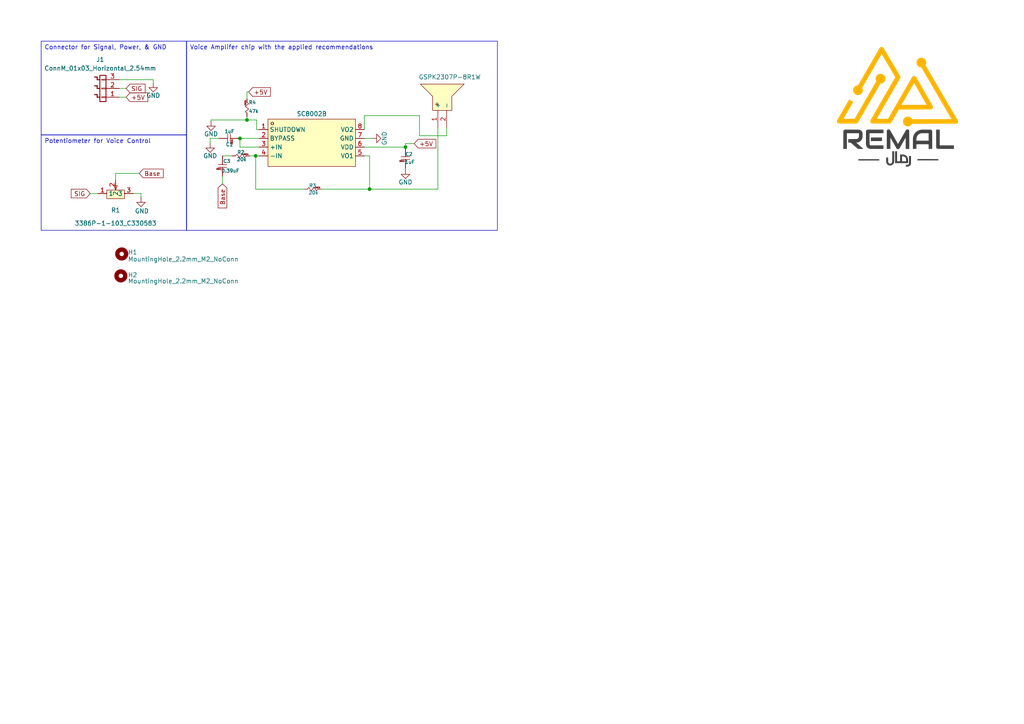
<source format=kicad_sch>
(kicad_sch (version 20231120) (generator "eeschema") (generator_version "8.0")
  (paper "A4")
  (title_block (title "555 Timer") (date "2025-01-16") (rev "v1.0") (company "Remal") (comment 1 "Sara AlMarzooqi"))
  (lib_symbols
    (symbol "Remal_KiCadLib:C_0805_2012m" (pin_numbers hide) (pin_names (offset 0.762) hide)
      (property "Reference" "C" (at 1.778 1.7272 0))
      (property "Value" "C_0805_2012m/xxV" (at 1.778 -0.254 0))
      (symbol "C_0805_2012m_0_0"
        (pin passive line (at 0 2.54 270) (length 2.54) (name "~") (number "1"))
        (pin passive line (at 0 -3.302 90) (length 2.54) (name "~") (number "2"))
      )
      (symbol "C_0805_2012m_1_1"
        (text "0805" (at 1.016 0.508 0) (effects (font (size 0.4 0.4))))
      )
    )
    (symbol "Remal_KiCadLib:ConnM_01x03_Horizontal_2.54mm" (pin_names (offset 1.016) hide)
      (property "Reference" "J" (at 0 7.62 0))
      (property "Value" "ConnM_01x03_Horizontal_2.54mm" (at -0.508 -2.54 0))
      (symbol "ConnM_01x03_Horizontal_2.54mm_1_1"
        (pin passive line (at -5.08 5.08 0) (length 3.81) (name "Pin_1") (number "1"))
        (pin passive line (at -5.08 2.54 0) (length 3.81) (name "Pin_2") (number "2"))
        (pin passive line (at -5.08 0 0) (length 3.81) (name "Pin_3") (number "3"))
      )
    )
    (symbol "Remal_KiCadLib:MountingHole_2.2mm_M2_NoConn" (pin_names (offset 1.016))
      (property "Reference" "H" (at 0 5.08 0))
      (property "Value" "MountingHole_2.2mm_M2_NoConn" (at 0 3.175 0))
    )
    (symbol "Remal_KiCadLib:R_0805_2012m" (pin_numbers hide) (pin_names (offset 0.254) hide)
      (property "Reference" "R" (at -3.175 1.905 0))
      (property "Value" "R_0805_2012m" (at 0.762 1.905 0))
      (symbol "R_0805_2012m_1_1"
        (text "0805" (at 1.4478 0.4572 0) (effects (font (size 0.4 0.4))))
        (pin passive line (at -2.54 0 0) (length 1.016) (name "~") (number "1"))
        (pin passive line (at 2.54 0 180) (length 1.016) (name "~") (number "2"))
      )
    )
    (symbol "easyeda2kicad:3386P-1-103_C330583"
      (property "Reference" "R" (at 0 8.89 0))
      (property "Value" "3386P-1-103_C330583" (at 0 -5.08 0))
      (symbol "3386P-1-103_C330583_0_1"
        (pin input line (at -5.08 0 0) (length 2.54) (name "1") (number "1"))
        (pin input line (at 0 3.81 270) (length 2.54) (name "2") (number "2"))
        (pin input line (at 5.08 0 180) (length 2.54) (name "3") (number "3"))
      )
    )
    (symbol "easyeda2kicad:GSPK2307P-8R1W"
      (property "Reference" "SPK" (at 0 7.62 0))
      (property "Value" "GSPK2307P-8R1W" (at 0 -5.08 0))
      (symbol "GSPK2307P-8R1W_0_1"
        (pin unspecified line (at 5.08 0 180) (length 5.08) (name "+") (number "1"))
        (pin unspecified line (at 5.08 2.54 180) (length 5.08) (name "-") (number "2"))
      )
    )
    (symbol "easyeda2kicad:SC8002B"
      (property "Reference" "U" (at 0 8.89 0))
      (property "Value" "SC8002B" (at 0 -8.89 0))
      (symbol "SC8002B_0_1"
        (pin unspecified line (at -15.24 3.81 0) (length 2.54) (name "SHUTDOWN") (number "1"))
        (pin unspecified line (at -15.24 1.27 0) (length 2.54) (name "BYPASS") (number "2"))
        (pin unspecified line (at -15.24 -1.27 0) (length 2.54) (name "+IN") (number "3"))
        (pin unspecified line (at -15.24 -3.81 0) (length 2.54) (name "-IN") (number "4"))
        (pin unspecified line (at 15.24 -3.81 180) (length 2.54) (name "VO1") (number "5"))
        (pin unspecified line (at 15.24 -1.27 180) (length 2.54) (name "VDD") (number "6"))
        (pin unspecified line (at 15.24 1.27 180) (length 2.54) (name "GND") (number "7"))
        (pin unspecified line (at 15.24 3.81 180) (length 2.54) (name "VO2") (number "8"))
      )
    )
    (symbol "power:GND" (power) (pin_numbers hide) (pin_names (offset 0) hide)
      (property "Value" "GND" (at 0 -3.81 0))
      (symbol "GND_1_1"
        (pin power_in line (at 0 0 270) (length 0) (name "~") (number "1"))
      )
    )
  )
  (junction (at 117.602 42.672))
  (junction (at 71.628 34.798))
  (junction (at 69.596 40.132))
  (junction (at 107.188 54.864))
  (junction (at 74.168 45.212))
  (wire (pts (xy 121.666 39.37) (xy 129.54 39.37)))
  (wire (pts (xy 44.45 23.114) (xy 44.45 24.13)))
  (wire (pts (xy 61.214 34.798) (xy 61.214 35.306)))
  (wire (pts (xy 26.162 56.134) (xy 28.448 56.134)))
  (wire (pts (xy 61.214 34.798) (xy 71.628 34.798)))
  (wire (pts (xy 60.96 40.132) (xy 60.96 41.656)))
  (wire (pts (xy 74.168 45.212) (xy 74.168 54.864)))
  (wire (pts (xy 40.894 56.134) (xy 40.894 57.404)))
  (wire (pts (xy 117.602 48.768) (xy 117.602 49.276)))
  (wire (pts (xy 69.342 40.132) (xy 69.596 40.132)))
  (wire (pts (xy 63.5 40.132) (xy 60.96 40.132)))
  (wire (pts (xy 34.544 23.114) (xy 44.45 23.114)))
  (wire (pts (xy 69.596 40.132) (xy 69.596 42.672)))
  (wire (pts (xy 121.666 33.528) (xy 121.666 39.37)))
  (wire (pts (xy 69.596 40.132) (xy 75.184 40.132)))
  (wire (pts (xy 107.188 45.212) (xy 107.188 54.864)))
  (wire (pts (xy 69.596 42.672) (xy 75.184 42.672)))
  (wire (pts (xy 72.39 45.212) (xy 74.168 45.212)))
  (wire (pts (xy 33.528 50.292) (xy 33.528 52.324)))
  (wire (pts (xy 105.664 40.132) (xy 107.95 40.132)))
  (wire (pts (xy 38.608 56.134) (xy 40.894 56.134)))
  (wire (pts (xy 74.422 37.592) (xy 74.422 34.798)))
  (wire (pts (xy 40.386 50.292) (xy 33.528 50.292)))
  (wire (pts (xy 34.544 28.194) (xy 36.576 28.194)))
  (wire (pts (xy 129.54 39.37) (xy 129.54 37.084)))
  (wire (pts (xy 71.628 34.798) (xy 74.422 34.798)))
  (wire (pts (xy 74.168 45.212) (xy 75.184 45.212)))
  (wire (pts (xy 105.664 42.672) (xy 117.602 42.672)))
  (wire (pts (xy 105.664 45.212) (xy 107.188 45.212)))
  (wire (pts (xy 120.142 41.656) (xy 117.602 41.656)))
  (wire (pts (xy 67.31 45.212) (xy 64.516 45.212)))
  (wire (pts (xy 71.628 26.67) (xy 71.628 28.702)))
  (wire (pts (xy 105.664 33.528) (xy 121.666 33.528)))
  (wire (pts (xy 71.628 33.782) (xy 71.628 34.798)))
  (wire (pts (xy 72.136 26.67) (xy 71.628 26.67)))
  (wire (pts (xy 117.602 41.656) (xy 117.602 42.672)))
  (wire (pts (xy 64.516 51.054) (xy 64.516 53.34)))
  (wire (pts (xy 127 37.084) (xy 127 54.864)))
  (wire (pts (xy 74.168 54.864) (xy 88.138 54.864)))
  (wire (pts (xy 117.602 42.672) (xy 117.602 42.926)))
  (wire (pts (xy 105.664 37.592) (xy 105.664 33.528)))
  (wire (pts (xy 127 54.864) (xy 107.188 54.864)))
  (wire (pts (xy 75.184 37.592) (xy 74.422 37.592)))
  (wire (pts (xy 107.188 54.864) (xy 93.218 54.864)))
  (wire (pts (xy 34.544 25.654) (xy 36.576 25.654)))
  (polyline (pts (xy 255.3992 21.4161) (xy 255.4581 21.4187) (xy 255.5174 21.4239) (xy 255.5771 21.4316) (xy 255.6373 21.442) (xy 255.6978 21.4549) (xy 255.7588 21.4704) (xy 255.8202 21.4884) (xy 255.8821 21.5091) (xy 256.007 21.5581) (xy 256.1336 21.6174) (xy 256.1899 21.6592) (xy 256.2438 21.7019) (xy 256.2951 21.7454) (xy 256.344 21.7898) (xy 256.3904 21.8349) (xy 256.4343 21.8809) (xy 256.4756 21.9277) (xy 256.5145 21.9754) (xy 256.5509 22.0239) (xy 256.5848 22.0732) (xy 256.6162 22.1233) (xy 256.645 22.1743) (xy 256.6714 22.2261) (xy 256.6953 22.2787) (xy 256.7167 22.3322) (xy 256.7356 22.3864) (xy 256.752 22.4416) (xy 256.7659 22.4975) (xy 256.7773 22.5543) (xy 256.7863 22.6118) (xy 256.7927 22.6703) (xy 256.7966 22.7295) (xy 256.798 22.7896) (xy 256.7969 22.8505) (xy 256.7934 22.9122) (xy 256.7873 22.9748) (xy 256.7787 23.0382) (xy 256.7677 23.1024) (xy 256.7541 23.1675) (xy 256.7381 23.2333) (xy 256.7195 23.3) (xy 256.6984 23.3676) (xy 256.6692 23.4305) (xy 256.6377 23.4914) (xy 256.6041 23.5501) (xy 256.5682 23.6066) (xy 256.5302 23.661) (xy 256.49 23.7132) (xy 256.4475 23.7633) (xy 256.4029 23.8113) (xy 256.3561 23.8571) (xy 256.3071 23.9007) (xy 256.2559 23.9423) (xy 256.2025 23.9816) (xy 256.1469 24.0189) (xy 256.0891 24.0539) (xy 256.0291 24.0869) (xy 255.9669 24.1177) (xy 255.8903 24.1428) (xy 255.8134 24.1664) (xy 255.7363 24.1884) (xy 255.6589 24.2089) (xy 255.5812 24.2278) (xy 255.5032 24.2451) (xy 255.425 24.2609) (xy 255.3464 24.2751) (xy 248.8086 35.5913) (xy 248.7886 35.6148) (xy 248.7679 35.6372) (xy 248.7466 35.6586) (xy 248.7247 35.6789) (xy 248.7021 35.6982) (xy 248.6788 35.7165) (xy 248.6549 35.7337) (xy 248.6303 35.7498) (xy 248.6051 35.7649) (xy 248.5793 35.779) (xy 248.5527 35.792) (xy 248.5256 35.804) (xy 248.4977 35.8149) (xy 248.4693 35.8248) (xy 248.4402 35.8336) (xy 248.4104 35.8414) (xy 245.8452 35.8507) (xy 243.2801 35.8414) (xy 243.2275 35.8273) (xy 243.1774 35.8107) (xy 243.1299 35.7917) (xy 243.0849 35.77) (xy 243.0425 35.7459) (xy 243.0025 35.7192) (xy 242.9652 35.69) (xy 242.9303 35.6583) (xy 242.898 35.624) (xy 242.8683 35.5872) (xy 242.841 35.5479) (xy 242.8164 35.5061) (xy 242.7942 35.4617) (xy 242.7746 35.4149) (xy 242.7575 35.3655) (xy 242.743 35.3135) (xy 242.743 35.0542) (xy 242.7621 35.0015) (xy 242.7827 34.9493) (xy 242.8048 34.8976) (xy 242.8284 34.8464) (xy 242.8534 34.7957) (xy 242.8799 34.7456) (xy 242.908 34.6959) (xy 242.9375 34.6468) (xy 246.3083 28.8312) (xy 246.6052 29.0034) (xy 246.9002 29.1781) (xy 247.1933 29.3553) (xy 247.4843 29.535) (xy 244.6321 34.4708) (xy 245.4424 34.4789) (xy 246.2527 34.4801) (xy 247.063 34.4743) (xy 247.8733 34.4616) (xy 254.1704 23.5528) (xy 254.1206 23.4445) (xy 254.0787 23.3369) (xy 254.0445 23.2301) (xy 254.0182 23.1239) (xy 253.9996 23.0184) (xy 253.9888 22.9136) (xy 253.9858 22.8096) (xy 253.9906 22.7062) (xy 254.0032 22.6035) (xy 254.0235 22.5015) (xy 254.0517 22.4003) (xy 254.0876 22.2997) (xy 254.1313 22.1998) (xy 254.1829 22.1007) (xy 254.2422 22.0022) (xy 254.3093 21.9044) (xy 254.4107 21.8093) (xy 254.5138 21.7244) (xy 254.566 21.6858) (xy 254.6186 21.6498) (xy 254.6717 21.6164) (xy 254.7251 21.5855) (xy 254.779 21.5572) (xy 254.8333 21.5315) (xy 254.888 21.5084) (xy 254.9431 21.4878) (xy 254.9986 21.4699) (xy 255.0546 21.4544) (xy 255.111 21.4416) (xy 255.1678 21.4314) (xy 255.225 21.4237) (xy 255.2826 21.4186) (xy 255.3407 21.416) (xy 255.3992 21.4161)) (stroke (width -0.0001) (type solid)) (fill (type color) (color 253 179 2 1)))
  (polyline (pts (xy 256.2447 38.6287) (xy 252.2071 38.6287) (xy 252.2071 40.2678) (xy 252.2164 41.9069) (xy 252.2252 41.9327) (xy 252.2352 41.9571) (xy 252.2465 41.9801) (xy 252.259 42.0018) (xy 252.2726 42.0222) (xy 252.2875 42.0412) (xy 252.2954 42.0502) (xy 252.3037 42.0588) (xy 252.3122 42.0672) (xy 252.321 42.0751) (xy 252.3301 42.0828) (xy 252.3395 42.0901) (xy 252.3493 42.0971) (xy 252.3593 42.1037) (xy 252.3803 42.116) (xy 252.4025 42.1269) (xy 252.4259 42.1364) (xy 252.4506 42.1446) (xy 252.4764 42.1515) (xy 252.5035 42.157) (xy 254.3741 42.1662) (xy 256.2447 42.1662) (xy 256.2447 43.1849) (xy 254.3093 43.1849) (xy 252.3738 43.1756) (xy 252.2477 43.1503) (xy 252.1284 43.1183) (xy 252.016 43.0796) (xy 251.9624 43.0576) (xy 251.9105 43.0341) (xy 251.8603 43.0088) (xy 251.8118 42.9818) (xy 251.765 42.9532) (xy 251.72 42.9229) (xy 251.6767 42.8908) (xy 251.635 42.8571) (xy 251.5951 42.8218) (xy 251.5569 42.7847) (xy 251.5205 42.746) (xy 251.4857 42.7055) (xy 251.4527 42.6634) (xy 251.4213 42.6196) (xy 251.3917 42.5741) (xy 251.3638 42.5269) (xy 251.3377 42.4781) (xy 251.3132 42.4275) (xy 251.2904 42.3753) (xy 251.2694 42.3214) (xy 251.2325 42.2085) (xy 251.2024 42.0889) (xy 251.1792 41.9625) (xy 251.17 39.9808) (xy 251.1792 37.999) (xy 251.1934 37.9553) (xy 251.2096 37.914) (xy 251.2278 37.8751) (xy 251.2481 37.8387) (xy 251.259 37.8214) (xy 251.2704 37.8047) (xy 251.2824 37.7886) (xy 251.2948 37.7731) (xy 251.3078 37.7582) (xy 251.3213 37.744) (xy 251.3353 37.7303) (xy 251.3498 37.7173) (xy 251.3648 37.7049) (xy 251.3803 37.6931) (xy 251.3963 37.6819) (xy 251.4129 37.6713) (xy 251.43 37.6613) (xy 251.4475 37.6519) (xy 251.4656 37.6431) (xy 251.4842 37.635) (xy 251.523 37.6205) (xy 251.5638 37.6084) (xy 251.6066 37.5988) (xy 251.6515 37.5916) (xy 256.2447 37.5916) (xy 256.2447 38.6287)) (stroke (width -0.0001) (type solid)) (fill (type color) (color 66 66 66 1)))
  (polyline (pts (xy 255.0038 46.176) (xy 255.01 46.2229) (xy 255.0151 46.2699) (xy 255.0191 46.3172) (xy 255.022 46.3646) (xy 255.0238 46.4121) (xy 255.0244 46.4598) (xy 255.0239 46.5077) (xy 255.0223 46.5557) (xy 248.9475 46.5557) (xy 248.9475 46.1667) (xy 251.9756 46.1667) (xy 255.0038 46.176)) (stroke (width -0.0001) (type solid)) (fill (type color) (color 70 70 70 1)))
  (polyline (pts (xy 272.5615 42.1662) (xy 276.6732 42.1662) (xy 276.6732 43.1849) (xy 274.284 43.1849) (xy 271.8948 43.1756) (xy 271.8571 43.1627) (xy 271.8214 43.148) (xy 271.7878 43.1316) (xy 271.7562 43.1134) (xy 271.7265 43.0935) (xy 271.7125 43.0829) (xy 271.6989 43.0718) (xy 271.6859 43.0603) (xy 271.6733 43.0484) (xy 271.6613 43.036) (xy 271.6498 43.0232) (xy 271.6387 43.01) (xy 271.6282 42.9963) (xy 271.6182 42.9822) (xy 271.6086 42.9676) (xy 271.5996 42.9526) (xy 271.5911 42.9372) (xy 271.5756 42.9051) (xy 271.5621 42.8711) (xy 271.5506 42.8355) (xy 271.5411 42.7981) (xy 271.5336 42.7589) (xy 271.5243 40.1752) (xy 271.5244 37.5916) (xy 272.5615 37.5916) (xy 272.5615 42.1662)) (stroke (width -0.0001) (type solid)) (fill (type color) (color 66 66 66 1)))
  (polyline (pts (xy 257.7405 37.5189) (xy 257.7825 37.5234) (xy 257.8231 37.5305) (xy 257.8623 37.5401) (xy 257.9 37.5523) (xy 257.9363 37.567) (xy 257.9711 37.5843) (xy 258.0046 37.6041) (xy 258.0366 37.6264) (xy 258.0671 37.6513) (xy 258.0963 37.6787) (xy 258.124 37.7087) (xy 258.1503 37.7412) (xy 258.1752 37.7762) (xy 258.1986 37.8138) (xy 259.3249 39.7885) (xy 260.4582 41.7588) (xy 262.7548 37.7583) (xy 262.7761 37.7337) (xy 262.7976 37.7105) (xy 262.8193 37.6886) (xy 262.8413 37.668) (xy 262.8634 37.6488) (xy 262.8858 37.631) (xy 262.9084 37.6144) (xy 262.9312 37.5993) (xy 262.9542 37.5854) (xy 262.9774 37.5729) (xy 263.0008 37.5618) (xy 263.0245 37.552) (xy 263.0483 37.5435) (xy 263.0724 37.5364) (xy 263.0967 37.5306) (xy 263.1212 37.5262) (xy 263.1459 37.5231) (xy 263.1708 37.5213) (xy 263.1959 37.5209) (xy 263.2213 37.5219) (xy 263.2468 37.5241) (xy 263.2726 37.5278) (xy 263.2986 37.5327) (xy 263.3248 37.539) (xy 263.3512 37.5467) (xy 263.3778 37.5557) (xy 263.4046 37.566) (xy 263.4316 37.5777) (xy 263.4589 37.5907) (xy 263.4863 37.6051) (xy 263.514 37.6208) (xy 263.5419 37.6379) (xy 263.5602 37.6555) (xy 263.5775 37.6736) (xy 263.5939 37.6922) (xy 263.6093 37.7113) (xy 263.6237 37.7309) (xy 263.6371 37.751) (xy 263.6496 37.7717) (xy 263.6611 37.7928) (xy 263.6716 37.8145) (xy 263.6811 37.8367) (xy 263.6897 37.8593) (xy 263.6973 37.8825) (xy 263.7039 37.9063) (xy 263.7095 37.9305) (xy 263.7142 37.9552) (xy 263.7178 37.9805) (xy 263.7271 40.5827) (xy 263.7271 43.1849) (xy 262.6899 43.1849) (xy 262.69 41.5458) (xy 262.6807 39.9067) (xy 261.7882 41.4694) (xy 260.9027 43.0367) (xy 260.8865 43.0569) (xy 260.87 43.0763) (xy 260.8532 43.0947) (xy 260.8362 43.1122) (xy 260.8188 43.1288) (xy 260.8012 43.1444) (xy 260.7833 43.1592) (xy 260.7652 43.173) (xy 260.7467 43.186) (xy 260.728 43.198) (xy 260.709 43.2091) (xy 260.6897 43.2193) (xy 260.6701 43.2286) (xy 260.6503 43.2369) (xy 260.6302 43.2444) (xy 260.6097 43.2509) (xy 260.5891 43.2565) (xy 260.5681 43.2612) (xy 260.5468 43.265) (xy 260.5253 43.2679) (xy 260.5035 43.2699) (xy 260.4814 43.2709) (xy 260.4591 43.271) (xy 260.4364 43.2703) (xy 260.4135 43.2686) (xy 260.3903 43.266) (xy 260.3668 43.2625) (xy 260.343 43.258) (xy 260.319 43.2527) (xy 260.2947 43.2464) (xy 260.2701 43.2393) (xy 260.2452 43.2312) (xy 260.2311 43.2238) (xy 260.2174 43.2161) (xy 260.2038 43.208) (xy 260.1905 43.1997) (xy 260.1775 43.191) (xy 260.1647 43.182) (xy 260.1522 43.1726) (xy 260.1399 43.1629) (xy 260.1279 43.1529) (xy 260.1161 43.1426) (xy 260.1046 43.132) (xy 260.0933 43.121) (xy 260.0823 43.1097) (xy 260.0715 43.098) (xy 260.061 43.086) (xy 260.0507 43.0737) (xy 258.2542 39.9252) (xy 258.2449 41.555) (xy 258.2449 43.1849) (xy 257.2078 43.1849) (xy 257.2078 40.5734) (xy 257.217 37.962) (xy 257.2275 37.9173) (xy 257.2403 37.8748) (xy 257.2553 37.8346) (xy 257.2724 37.7966) (xy 257.2919 37.7609) (xy 257.3135 37.7275) (xy 257.3374 37.6963) (xy 257.3501 37.6815) (xy 257.3635 37.6674) (xy 257.3773 37.6538) (xy 257.3918 37.6407) (xy 257.4068 37.6282) (xy 257.4223 37.6163) (xy 257.4551 37.5942) (xy 257.4901 37.5743) (xy 257.5273 37.5567) (xy 257.5667 37.5414) (xy 257.6084 37.5283) (xy 257.6523 37.5175) (xy 257.6971 37.5169) (xy 257.7405 37.5189)) (stroke (width -0.0001) (type solid)) (fill (type color) (color 66 66 66 1)))
  (polyline (pts (xy 255.8002 40.9068) (xy 252.5776 40.9068) (xy 252.5776 39.8696) (xy 255.8002 39.8696) (xy 255.8002 40.9068)) (stroke (width -0.0001) (type solid)) (fill (type color) (color 66 66 66 1)))
  (polyline (pts (xy 272.1541 46.1389) (xy 272.1603 46.1858) (xy 272.1654 46.2329) (xy 272.1694 46.2801) (xy 272.1723 46.3275) (xy 272.1741 46.3751) (xy 272.1747 46.4228) (xy 272.1742 46.4706) (xy 272.1726 46.5186) (xy 266.0978 46.5186) (xy 266.0962 46.4695) (xy 266.0958 46.4204) (xy 266.0965 46.3716) (xy 266.0983 46.3229) (xy 266.1012 46.2744) (xy 266.1051 46.226) (xy 266.1102 46.1778) (xy 266.1163 46.1297) (xy 269.1352 46.1297) (xy 272.1541 46.1389)) (stroke (width -0.0001) (type solid)) (fill (type color) (color 70 70 70 1)))
  (polyline (pts (xy 259.3562 45.4166) (xy 259.3469 46.9631) (xy 259.3282 47.0636) (xy 259.3041 47.1592) (xy 259.2748 47.2501) (xy 259.2402 47.336) (xy 259.2003 47.4172) (xy 259.155 47.4935) (xy 259.1045 47.565) (xy 259.0773 47.5989) (xy 259.0487 47.6317) (xy 259.0188 47.6632) (xy 258.9876 47.6935) (xy 258.9212 47.7505) (xy 258.8495 47.8027) (xy 258.7725 47.85) (xy 258.6902 47.8925) (xy 258.6027 47.9302) (xy 258.5098 47.963) (xy 258.4116 47.991) (xy 258.3299 48.0033) (xy 258.2497 48.0108) (xy 258.1711 48.0138) (xy 258.094 48.0121) (xy 258.0185 48.0058) (xy 257.9446 47.9948) (xy 257.8722 47.9792) (xy 257.8014 47.9589) (xy 257.7321 47.934) (xy 257.6644 47.9045) (xy 257.5983 47.8703) (xy 257.5337 47.8315) (xy 257.4707 47.7881) (xy 257.4093 47.74) (xy 257.3494 47.6872) (xy 257.2911 47.6299) (xy 257.2633 47.5903) (xy 257.2371 47.5501) (xy 257.2124 47.5093) (xy 257.1893 47.468) (xy 257.1677 47.426) (xy 257.1476 47.3835) (xy 257.1291 47.3404) (xy 257.1121 47.2967) (xy 257.0967 47.2525) (xy 257.0828 47.2076) (xy 257.0705 47.1621) (xy 257.0596 47.1161) (xy 257.0504 47.0695) (xy 257.0426 47.0223) (xy 257.0365 46.9745) (xy 257.0318 46.9261) (xy 257.026 46.6159) (xy 257.0226 46.3057) (xy 257.0214 45.9955) (xy 257.0226 45.6852) (xy 257.5967 45.6852) (xy 257.5945 46.0096) (xy 257.5984 46.3338) (xy 257.6084 46.6578) (xy 257.6245 46.9816) (xy 257.6321 47.0153) (xy 257.6405 47.0478) (xy 257.6498 47.079) (xy 257.66 47.109) (xy 257.6711 47.1378) (xy 257.6831 47.1654) (xy 257.6959 47.1918) (xy 257.7096 47.2169) (xy 257.7242 47.2408) (xy 257.7396 47.2635) (xy 257.7559 47.285) (xy 257.7731 47.3052) (xy 257.7912 47.3243) (xy 257.8101 47.3421) (xy 257.8299 47.3587) (xy 257.8506 47.3741) (xy 257.8722 47.3882) (xy 257.8946 47.4011) (xy 257.9179 47.4128) (xy 257.9421 47.4233) (xy 257.9672 47.4326) (xy 257.9931 47.4406) (xy 258.0199 47.4475) (xy 258.0476 47.4531) (xy 258.0762 47.4574) (xy 258.1056 47.4606) (xy 258.1359 47.4625) (xy 258.1671 47.4633) (xy 258.1991 47.4628) (xy 258.232 47.461) (xy 258.2658 47.4581) (xy 258.3005 47.4539) (xy 258.3521 47.4378) (xy 258.4007 47.419) (xy 258.4239 47.4087) (xy 258.4464 47.3978) (xy 258.4681 47.3862) (xy 258.4891 47.3739) (xy 258.5094 47.3611) (xy 258.5289 47.3476) (xy 258.5477 47.3334) (xy 258.5658 47.3187) (xy 258.5831 47.3032) (xy 258.5997 47.2872) (xy 258.6156 47.2705) (xy 258.6307 47.2532) (xy 258.6451 47.2352) (xy 258.6587 47.2166) (xy 258.6717 47.1973) (xy 258.6838 47.1775) (xy 258.6953 47.1569) (xy 258.706 47.1358) (xy 258.716 47.114) (xy 258.7253 47.0915) (xy 258.7338 47.0685) (xy 258.7415 47.0447) (xy 258.7549 46.9954) (xy 258.7653 46.9435) (xy 258.7728 46.889) (xy 258.782 45.3796) (xy 258.782 43.8701) (xy 259.3562 43.8701) (xy 259.3562 45.4166)) (stroke (width -0.0001) (type solid)) (fill (type color) (color 66 66 66 1)))
  (polyline (pts (xy 269.876 37.6008) (xy 269.929 37.6071) (xy 269.9791 37.6165) (xy 270.003 37.6224) (xy 270.0262 37.629) (xy 270.0486 37.6364) (xy 270.0702 37.6446) (xy 270.0912 37.6536) (xy 270.1114 37.6633) (xy 270.1308 37.6738) (xy 270.1495 37.6851) (xy 270.1674 37.6971) (xy 270.1846 37.71) (xy 270.2011 37.7236) (xy 270.2168 37.7379) (xy 270.2317 37.7531) (xy 270.246 37.769) (xy 270.2594 37.7857) (xy 270.2722 37.8032) (xy 270.2841 37.8214) (xy 270.2954 37.8404) (xy 270.3059 37.8602) (xy 270.3156 37.8808) (xy 270.3246 37.9021) (xy 270.3329 37.9242) (xy 270.3404 37.9471) (xy 270.3472 37.9708) (xy 270.3585 38.0204) (xy 270.3668 38.0731) (xy 270.3761 40.629) (xy 270.3761 43.1849) (xy 269.3389 43.1849) (xy 269.3389 41.8328) (xy 265.8014 41.8328) (xy 265.8014 43.1849) (xy 264.7828 43.1849) (xy 264.7828 41.6199) (xy 264.789 40.5772) (xy 265.7989 40.5772) (xy 265.799 40.6864) (xy 265.8014 40.7957) (xy 269.3389 40.7957) (xy 269.3389 38.6287) (xy 267.4313 38.6287) (xy 267.3808 38.6371) (xy 267.3302 38.646) (xy 267.2794 38.6556) (xy 267.2286 38.6657) (xy 267.1776 38.6764) (xy 267.1265 38.6877) (xy 267.0238 38.7121) (xy 266.9084 38.7474) (xy 266.7986 38.788) (xy 266.6943 38.8341) (xy 266.5957 38.8856) (xy 266.5026 38.9425) (xy 266.4151 39.0048) (xy 266.3332 39.0725) (xy 266.2569 39.1456) (xy 266.1862 39.2242) (xy 266.1211 39.3081) (xy 266.0616 39.3974) (xy 266.0076 39.4922) (xy 265.9593 39.5923) (xy 265.9165 39.6979) (xy 265.8793 39.8088) (xy 265.8477 39.9252) (xy 265.8337 40.0335) (xy 265.822 40.1419) (xy 265.8127 40.2505) (xy 265.8058 40.3593) (xy 265.8012 40.4682) (xy 265.7989 40.5772) (xy 264.789 40.5772) (xy 264.7921 40.0548) (xy 264.8267 39.8368) (xy 264.8728 39.6283) (xy 264.9304 39.4294) (xy 264.9996 39.24) (xy 265.0803 39.0602) (xy 265.1725 38.8899) (xy 265.2762 38.7291) (xy 265.3914 38.578) (xy 265.5181 38.4363) (xy 265.6563 38.3042) (xy 265.8061 38.1816) (xy 265.9674 38.0686) (xy 266.1401 37.9651) (xy 266.3244 37.8712) (xy 266.5202 37.7868) (xy 266.7275 37.712) (xy 266.8242 37.6879) (xy 266.9211 37.6664) (xy 267.0181 37.6475) (xy 267.1153 37.6311) (xy 267.2126 37.6174) (xy 267.3101 37.6062) (xy 267.4076 37.5976) (xy 267.5054 37.5916) (xy 268.6907 37.5916) (xy 269.876 37.6008)) (stroke (width -0.0001) (type solid)) (fill (type color) (color 66 66 66 1)))
  (polyline (pts (xy 264.2272 46.3519) (xy 264.2179 47.4447) (xy 264.2072 47.5147) (xy 264.1929 47.5819) (xy 264.1751 47.6464) (xy 264.1536 47.708) (xy 264.1285 47.7669) (xy 264.0999 47.8231) (xy 264.0676 47.8764) (xy 264.0318 47.927) (xy 263.9924 47.9748) (xy 263.9494 48.0198) (xy 263.9028 48.0621) (xy 263.8526 48.1016) (xy 263.7988 48.1383) (xy 263.7415 48.1722) (xy 263.6805 48.2034) (xy 263.616 48.2318) (xy 263.5651 48.2481) (xy 263.5142 48.2634) (xy 263.4633 48.2777) (xy 263.4124 48.2909) (xy 263.3614 48.3032) (xy 263.3105 48.3144) (xy 263.2595 48.3245) (xy 263.2085 48.3337) (xy 262.727 48.3337) (xy 262.727 47.7966) (xy 262.8093 47.7999) (xy 262.8912 47.7999) (xy 262.9728 47.7967) (xy 263.054 47.7903) (xy 263.1348 47.7805) (xy 263.2153 47.7675) (xy 263.2954 47.7513) (xy 263.3752 47.7317) (xy 263.4062 47.7165) (xy 263.4352 47.7) (xy 263.4491 47.6912) (xy 263.4624 47.6822) (xy 263.4753 47.6728) (xy 263.4877 47.6631) (xy 263.4997 47.6531) (xy 263.5111 47.6427) (xy 263.5221 47.632) (xy 263.5326 47.621) (xy 263.5427 47.6097) (xy 263.5523 47.5981) (xy 263.5614 47.5861) (xy 263.57 47.5738) (xy 263.5781 47.5612) (xy 263.5858 47.5483) (xy 263.593 47.535) (xy 263.5998 47.5215) (xy 263.606 47.5076) (xy 263.6118 47.4934) (xy 263.6171 47.4788) (xy 263.622 47.464) (xy 263.6264 47.4488) (xy 263.6303 47.4333) (xy 263.6337 47.4175) (xy 263.6366 47.4013) (xy 263.6411 47.3681) (xy 263.6438 47.3335) (xy 263.653 46.2964) (xy 263.653 45.2592) (xy 264.2272 45.2592) (xy 264.2272 46.3519)) (stroke (width -0.0001) (type solid)) (fill (type color) (color 66 66 66 1)))
  (polyline (pts (xy 247.142 37.592) (xy 248.1744 37.6023) (xy 249.2068 37.6194) (xy 249.3103 37.6463) (xy 249.408 37.6786) (xy 249.5001 37.7161) (xy 249.5441 37.7369) (xy 249.5865 37.7589) (xy 249.6276 37.7823) (xy 249.6672 37.807) (xy 249.7055 37.833) (xy 249.7423 37.8604) (xy 249.7776 37.889) (xy 249.8116 37.919) (xy 249.8441 37.9503) (xy 249.8752 37.9829) (xy 249.9049 38.0169) (xy 249.9331 38.0521) (xy 249.9599 38.0887) (xy 249.9853 38.1266) (xy 250.0093 38.1658) (xy 250.0319 38.2063) (xy 250.053 38.2482) (xy 250.0727 38.2914) (xy 250.091 38.3359) (xy 250.1079 38.3817) (xy 250.1373 38.4773) (xy 250.1611 38.5782) (xy 250.1791 38.6843) (xy 250.1861 38.9436) (xy 250.1884 39.2029) (xy 250.1861 39.4622) (xy 250.1791 39.7215) (xy 250.1549 39.8725) (xy 250.1225 40.0165) (xy 250.0821 40.1536) (xy 250.0335 40.2838) (xy 249.9768 40.4071) (xy 249.912 40.5234) (xy 249.8391 40.6328) (xy 249.7581 40.7352) (xy 249.6689 40.8307) (xy 249.5717 40.9193) (xy 249.4663 41.0009) (xy 249.3529 41.0756) (xy 249.2313 41.1434) (xy 249.1016 41.2042) (xy 248.9638 41.2581) (xy 248.8178 41.305) (xy 248.7604 41.3171) (xy 248.7029 41.3284) (xy 248.6452 41.3388) (xy 248.5874 41.3485) (xy 248.5294 41.3574) (xy 248.4714 41.3654) (xy 248.4131 41.3726) (xy 248.3548 41.3791) (xy 248.8703 41.8321) (xy 249.3879 42.2826) (xy 249.9075 42.7304) (xy 250.4291 43.1756) (xy 250.0309 43.1826) (xy 249.6327 43.1849) (xy 249.2346 43.1826) (xy 248.8364 43.1756) (xy 248.3147 42.7304) (xy 247.7951 42.2826) (xy 247.2775 41.8321) (xy 246.762 41.3791) (xy 246.5769 41.3733) (xy 246.3917 41.3698) (xy 246.2064 41.3686) (xy 246.0212 41.3698) (xy 246.0212 40.3327) (xy 247.2251 40.3327) (xy 248.4289 40.3234) (xy 248.4922 40.3123) (xy 248.5529 40.298) (xy 248.611 40.2805) (xy 248.6663 40.2597) (xy 248.7191 40.2358) (xy 248.7691 40.2085) (xy 248.8165 40.1781) (xy 248.8612 40.1444) (xy 248.9033 40.1074) (xy 248.9427 40.0673) (xy 248.9795 40.0239) (xy 249.0136 39.9773) (xy 249.045 39.9274) (xy 249.0738 39.8744) (xy 249.1 39.8181) (xy 249.1234 39.7585) (xy 249.1335 39.6292) (xy 249.1414 39.4998) (xy 249.1471 39.3703) (xy 249.1505 39.2407) (xy 249.1517 39.111) (xy 249.1507 38.9812) (xy 249.1474 38.8513) (xy 249.1419 38.7213) (xy 249.1376 38.7138) (xy 249.1329 38.7065) (xy 249.128 38.6995) (xy 249.1228 38.6929) (xy 249.1174 38.6866) (xy 249.1116 38.6806) (xy 249.1057 38.6749) (xy 249.0994 38.6695) (xy 249.0929 38.6645) (xy 249.0862 38.6598) (xy 249.0791 38.6553) (xy 249.0719 38.6512) (xy 249.0643 38.6475) (xy 249.0565 38.644) (xy 249.0484 38.6408) (xy 249.0401 38.638) (xy 247.3362 38.6287) (xy 245.6322 38.6287) (xy 245.6322 43.1849) (xy 244.5951 43.1849) (xy 244.5951 40.6105) (xy 244.6043 38.0361) (xy 244.6157 37.9884) (xy 244.6295 37.9434) (xy 244.6457 37.9011) (xy 244.6547 37.8809) (xy 244.6643 37.8614) (xy 244.6745 37.8425) (xy 244.6854 37.8244) (xy 244.6968 37.8068) (xy 244.7088 37.79) (xy 244.7215 37.7737) (xy 244.7347 37.7582) (xy 244.7486 37.7433) (xy 244.763 37.7291) (xy 244.7781 37.7155) (xy 244.7938 37.7026) (xy 244.81 37.6904) (xy 244.8269 37.6788) (xy 244.8444 37.6679) (xy 244.8625 37.6577) (xy 244.8812 37.6481) (xy 244.9005 37.6392) (xy 244.9204 37.6309) (xy 244.9409 37.6233) (xy 244.9837 37.6101) (xy 245.029 37.5995) (xy 245.0766 37.5916) (xy 246.1094 37.5884) (xy 247.142 37.592)) (stroke (width -0.0001) (type solid)) (fill (type color) (color 66 66 66 1)))
  (polyline (pts (xy 255.7517 13.6105) (xy 255.7946 13.6161) (xy 255.8363 13.6238) (xy 255.8769 13.6338) (xy 255.9163 13.6459) (xy 255.9545 13.6601) (xy 255.9916 13.6765) (xy 256.0275 13.6951) (xy 256.0622 13.7159) (xy 256.0958 13.7388) (xy 256.1281 13.7639) (xy 256.1594 13.7912) (xy 256.1894 13.8206) (xy 256.2183 13.8522) (xy 256.2459 13.886) (xy 256.2725 13.922) (xy 258.6994 18.0165) (xy 261.1157 22.1174) (xy 261.1277 22.1557) (xy 261.1377 22.1939) (xy 261.1457 22.232) (xy 261.1518 22.27) (xy 261.1558 22.3079) (xy 261.1579 22.3458) (xy 261.158 22.3835) (xy 261.1561 22.4212) (xy 261.1522 22.4588) (xy 261.1463 22.4963) (xy 261.1384 22.5337) (xy 261.1286 22.571) (xy 261.1168 22.6082) (xy 261.103 22.6453) (xy 261.0872 22.6824) (xy 261.0694 22.7193) (xy 254.3 34.4708) (xy 255.1133 34.4789) (xy 255.9262 34.48) (xy 256.7385 34.4742) (xy 257.5504 34.4616) (xy 259.8839 30.4148) (xy 261.4676 30.4148) (xy 265.1069 30.424) (xy 268.7462 30.4148) (xy 265.1347 24.0899) (xy 261.4676 30.4148) (xy 259.8839 30.4148) (xy 261.0346 28.4192) (xy 264.5328 22.386) (xy 264.5535 22.3553) (xy 264.5748 22.326) (xy 264.5965 22.2981) (xy 264.6186 22.2715) (xy 264.6413 22.2463) (xy 264.6644 22.2224) (xy 264.688 22.1999) (xy 264.712 22.1788) (xy 264.7366 22.1591) (xy 264.7616 22.1407) (xy 264.7871 22.1236) (xy 264.813 22.1079) (xy 264.8394 22.0936) (xy 264.8663 22.0807) (xy 264.8937 22.0691) (xy 264.9215 22.0588) (xy 264.9498 22.05) (xy 264.9786 22.0425) (xy 265.0079 22.0363) (xy 265.0376 22.0315) (xy 265.0678 22.0281) (xy 265.0985 22.0261) (xy 265.1296 22.0254) (xy 265.1612 22.026) (xy 265.1933 22.0281) (xy 265.2258 22.0314) (xy 265.2588 22.0362) (xy 265.2923 22.0423) (xy 265.3263 22.0498) (xy 265.3607 22.0586) (xy 265.3956 22.0688) (xy 265.431 22.0804) (xy 265.453 22.0913) (xy 265.4744 22.1029) (xy 265.4953 22.1151) (xy 265.5156 22.1279) (xy 265.5355 22.1414) (xy 265.5547 22.1555) (xy 265.5735 22.1702) (xy 265.5917 22.1855) (xy 265.6094 22.2014) (xy 265.6265 22.218) (xy 265.6431 22.2352) (xy 265.6592 22.253) (xy 265.6747 22.2714) (xy 265.6897 22.2904) (xy 265.7042 22.3101) (xy 265.7181 22.3304) (xy 268.1515 26.5861) (xy 270.5706 30.85) (xy 270.5863 30.9354) (xy 270.5955 31.0169) (xy 270.5977 31.0562) (xy 270.5983 31.0945) (xy 270.5972 31.1318) (xy 270.5945 31.1682) (xy 270.5902 31.2036) (xy 270.5843 31.238) (xy 270.5767 31.2714) (xy 270.5676 31.3039) (xy 270.5567 31.3354) (xy 270.5443 31.3659) (xy 270.5303 31.3954) (xy 270.5146 31.424) (xy 270.4973 31.4516) (xy 270.4783 31.4782) (xy 270.4578 31.5038) (xy 270.4356 31.5284) (xy 270.4118 31.5521) (xy 270.3864 31.5748) (xy 270.3593 31.5966) (xy 270.3306 31.6173) (xy 270.3003 31.6371) (xy 270.2684 31.6559) (xy 270.2348 31.6737) (xy 270.1997 31.6906) (xy 270.1244 31.7214) (xy 270.0427 31.7483) (xy 260.6897 31.776) (xy 259.6073 33.6443) (xy 258.532 35.5172) (xy 258.5117 35.549) (xy 258.4904 35.5792) (xy 258.4679 35.6079) (xy 258.4444 35.635) (xy 258.4198 35.6606) (xy 258.3942 35.6847) (xy 258.3674 35.7072) (xy 258.3396 35.7283) (xy 258.3107 35.7478) (xy 258.2807 35.7657) (xy 258.2497 35.7821) (xy 258.2175 35.797) (xy 258.1843 35.8104) (xy 258.15 35.8223) (xy 258.1147 35.8326) (xy 258.0782 35.8414) (xy 255.5224 35.8506) (xy 254.8644 35.8506) (xy 254.2068 35.8459) (xy 253.5494 35.8367) (xy 252.8924 35.8228) (xy 252.8584 35.8089) (xy 252.8256 35.7943) (xy 252.7941 35.7789) (xy 252.7639 35.7628) (xy 252.7349 35.746) (xy 252.7073 35.7284) (xy 252.6809 35.7101) (xy 252.6558 35.6911) (xy 252.632 35.6714) (xy 252.6095 35.6509) (xy 252.5883 35.6297) (xy 252.5683 35.6078) (xy 252.5496 35.5852) (xy 252.5323 35.5618) (xy 252.5161 35.5378) (xy 252.5013 35.5129) (xy 252.4878 35.4874) (xy 252.4755 35.4611) (xy 252.4646 35.4341) (xy 252.4549 35.4064) (xy 252.4465 35.378) (xy 252.4393 35.3488) (xy 252.4335 35.3189) (xy 252.4289 35.2883) (xy 252.4257 35.2569) (xy 252.4237 35.2249) (xy 252.423 35.1921) (xy 252.4235 35.1585) (xy 252.4254 35.1243) (xy 252.4285 35.0893) (xy 252.433 35.0536) (xy 252.4387 35.0172) (xy 252.4469 34.988) (xy 252.4561 34.9592) (xy 252.4662 34.9308) (xy 252.4773 34.9029) (xy 252.4893 34.8753) (xy 252.5024 34.8481) (xy 252.5163 34.8213) (xy 252.5313 34.7949) (xy 259.671 22.386) (xy 255.7168 15.7) (xy 255.7157 15.6977) (xy 255.7145 15.6956) (xy 255.7134 15.6937) (xy 255.7122 15.6919) (xy 255.7111 15.6902) (xy 255.7099 15.6887) (xy 255.7087 15.6873) (xy 255.7076 15.6861) (xy 255.7064 15.685) (xy 255.7053 15.684) (xy 255.7041 15.6832) (xy 255.703 15.6826) (xy 255.7018 15.6821) (xy 255.7006 15.6817) (xy 255.6995 15.6815) (xy 255.6983 15.6814) (xy 255.6972 15.6815) (xy 255.696 15.6817) (xy 255.6949 15.6821) (xy 255.6937 15.6826) (xy 255.6925 15.6832) (xy 255.6914 15.684) (xy 255.6902 15.685) (xy 255.6891 15.6861) (xy 255.6879 15.6873) (xy 255.6867 15.6887) (xy 255.6856 15.6902) (xy 255.6844 15.6919) (xy 255.6833 15.6937) (xy 255.6821 15.6956) (xy 255.681 15.6977) (xy 255.6798 15.7) (xy 250.0587 25.4419) (xy 250.1091 25.5479) (xy 250.1518 25.6532) (xy 250.1867 25.7581) (xy 250.2139 25.8624) (xy 250.2334 25.9662) (xy 250.2452 26.0694) (xy 250.2492 26.1721) (xy 250.2456 26.2742) (xy 250.2342 26.3758) (xy 250.2151 26.4769) (xy 250.1883 26.5774) (xy 250.1537 26.6773) (xy 250.1115 26.7767) (xy 250.0615 26.8756) (xy 250.0038 26.974) (xy 249.9383 27.0717) (xy 249.8365 27.1702) (xy 249.7329 27.258) (xy 249.6804 27.2979) (xy 249.6275 27.3352) (xy 249.5742 27.3699) (xy 249.5204 27.4019) (xy 249.4661 27.4313) (xy 249.4114 27.458) (xy 249.3563 27.4821) (xy 249.3007 27.5036) (xy 249.2447 27.5224) (xy 249.1882 27.5385) (xy 249.1313 27.552) (xy 249.0739 27.5629) (xy 249.0161 27.5711) (xy 248.9578 27.5767) (xy 248.8991 27.5797) (xy 248.84 27.58) (xy 248.7804 27.5776) (xy 248.7204 27.5726) (xy 248.6599 27.565) (xy 248.599 27.5547) (xy 248.5376 27.5418) (xy 248.4758 27.5262) (xy 248.4135 27.508) (xy 248.3508 27.4872) (xy 248.224 27.4375) (xy 248.0955 27.3773) (xy 248.0385 27.334) (xy 247.9841 27.2898) (xy 247.9322 27.2449) (xy 247.8829 27.1991) (xy 247.8362 27.1525) (xy 247.7921 27.1051) (xy 247.7506 27.0569) (xy 247.7116 27.0079) (xy 247.6752 26.9581) (xy 247.6414 26.9075) (xy 247.6101 26.8561) (xy 247.5814 26.8039) (xy 247.5554 26.7508) (xy 247.5318 26.697) (xy 247.5109 26.6423) (xy 247.4925 26.5869) (xy 247.4767 26.5306) (xy 247.4635 26.4736) (xy 247.4529 26.4157) (xy 247.4448 26.357) (xy 247.4394 26.2976) (xy 247.4365 26.2373) (xy 247.4361 26.1762) (xy 247.4384 26.1143) (xy 247.4432 26.0516) (xy 247.4506 25.9881) (xy 247.4606 25.9238) (xy 247.4732 25.8586) (xy 247.4883 25.7927) (xy 247.506 25.726) (xy 247.5263 25.6584) (xy 247.5492 25.5901) (xy 247.6026 25.4923) (xy 247.6599 25.4005) (xy 247.69 25.3568) (xy 247.7211 25.3146) (xy 247.7532 25.2739) (xy 247.7862 25.2346) (xy 247.8203 25.1969) (xy 247.8553 25.1606) (xy 247.8913 25.1258) (xy 247.9283 25.0925) (xy 247.9662 25.0607) (xy 248.0052 25.0304) (xy 248.0451 25.0015) (xy 248.086 24.9741) (xy 248.1278 24.9483) (xy 248.1707 24.9239) (xy 248.2145 24.9009) (xy 248.2593 24.8795) (xy 248.3051 24.8596) (xy 248.3519 24.8411) (xy 248.3996 24.8241) (xy 248.4483 24.8086) (xy 248.4981 24.7946) (xy 248.5487 24.7821) (xy 248.6004 24.7711) (xy 248.653 24.7615) (xy 248.7613 24.7468) (xy 248.8734 24.7381) (xy 255.1057 13.9405) (xy 255.1325 13.9022) (xy 255.1607 13.8663) (xy 255.1901 13.8327) (xy 255.2208 13.8014) (xy 255.2528 13.7724) (xy 255.286 13.7457) (xy 255.3206 13.7214) (xy 255.3564 13.6994) (xy 255.3935 13.6797) (xy 255.4319 13.6624) (xy 255.4715 13.6474) (xy 255.5125 13.6347) (xy 255.5547 13.6243) (xy 255.5982 13.6162) (xy 255.643 13.6105) (xy 255.6891 13.6071) (xy 255.7076 13.6071) (xy 255.7517 13.6105)) (stroke (width -0.0001) (type solid)) (fill (type color) (color 253 179 2 1)))
  (polyline (pts (xy 267.2902 16.7395) (xy 267.3496 16.7441) (xy 267.4095 16.7513) (xy 267.4698 16.761) (xy 267.5306 16.7733) (xy 267.5918 16.7882) (xy 267.6535 16.8057) (xy 267.7156 16.8257) (xy 267.8411 16.8735) (xy 267.9684 16.9316) (xy 268.0212 16.9692) (xy 268.0718 17.0076) (xy 268.1203 17.0468) (xy 268.1666 17.0869) (xy 268.2108 17.1279) (xy 268.2528 17.1697) (xy 268.2927 17.2123) (xy 268.3304 17.2558) (xy 268.366 17.3001) (xy 268.3994 17.3453) (xy 268.4306 17.3913) (xy 268.4597 17.4381) (xy 268.4866 17.4858) (xy 268.5114 17.5344) (xy 268.534 17.5837) (xy 268.5545 17.634) (xy 268.5728 17.685) (xy 268.5889 17.7369) (xy 268.6029 17.7897) (xy 268.6148 17.8433) (xy 268.6245 17.8977) (xy 268.632 17.953) (xy 268.6374 18.0091) (xy 268.6406 18.0661) (xy 268.6417 18.1239) (xy 268.6406 18.1825) (xy 268.6373 18.242) (xy 268.6319 18.3024) (xy 268.6244 18.3636) (xy 268.6147 18.4256) (xy 268.6028 18.4885) (xy 268.5888 18.5522) (xy 268.5534 18.6515) (xy 268.517 18.7494) (xy 268.4794 18.846) (xy 268.4407 18.9411) (xy 277.7752 34.8875) (xy 277.7946 34.926) (xy 277.8128 34.9647) (xy 277.8297 35.0037) (xy 277.8454 35.0429) (xy 277.8598 35.0824) (xy 277.873 35.1222) (xy 277.8849 35.1622) (xy 277.8955 35.2024) (xy 277.8955 35.3876) (xy 277.8862 35.4285) (xy 277.8751 35.468) (xy 277.8621 35.5061) (xy 277.8473 35.5429) (xy 277.8306 35.5783) (xy 277.812 35.6124) (xy 277.7917 35.6451) (xy 277.7694 35.6765) (xy 277.7454 35.7065) (xy 277.7194 35.7351) (xy 277.6917 35.7624) (xy 277.662 35.7883) (xy 277.6306 35.8129) (xy 277.5973 35.8361) (xy 277.5621 35.8579) (xy 277.5251 35.8784) (xy 264.5605 35.9062) (xy 264.5224 35.963) (xy 264.4833 36.0176) (xy 264.4432 36.0698) (xy 264.4023 36.1198) (xy 264.3604 36.1674) (xy 264.3175 36.2127) (xy 264.2738 36.2558) (xy 264.229 36.2965) (xy 264.1834 36.3349) (xy 264.1368 36.371) (xy 264.0893 36.4048) (xy 264.0408 36.4363) (xy 263.9914 36.4655) (xy 263.9411 36.4924) (xy 263.8898 36.5169) (xy 263.8376 36.5392) (xy 263.7845 36.5592) (xy 263.7304 36.5769) (xy 263.6754 36.5922) (xy 263.6195 36.6053) (xy 263.5626 36.616) (xy 263.5048 36.6245) (xy 263.446 36.6306) (xy 263.3864 36.6344) (xy 263.3257 36.636) (xy 263.2642 36.6352) (xy 263.2017 36.6321) (xy 263.1382 36.6268) (xy 263.0739 36.6191) (xy 263.0086 36.6091) (xy 262.9423 36.5968) (xy 262.8751 36.5822) (xy 262.7613 36.5361) (xy 262.7071 36.5111) (xy 262.6545 36.4848) (xy 262.6037 36.4573) (xy 262.5547 36.4284) (xy 262.5074 36.3983) (xy 262.4619 36.367) (xy 262.4181 36.3343) (xy 262.376 36.3004) (xy 262.3357 36.2651) (xy 262.2972 36.2286) (xy 262.2604 36.1909) (xy 262.2253 36.1518) (xy 262.192 36.1115) (xy 262.1605 36.0699) (xy 262.1307 36.027) (xy 262.1026 35.9828) (xy 262.0763 35.9374) (xy 262.0518 35.8907) (xy 262.029 35.8426) (xy 262.0079 35.7934) (xy 261.9886 35.7428) (xy 261.971 35.691) (xy 261.9552 35.6378) (xy 261.9412 35.5834) (xy 261.9289 35.5278) (xy 261.9183 35.4708) (xy 261.9024 35.353) (xy 261.8935 35.2302) (xy 261.9122 35.0731) (xy 261.925 34.998) (xy 261.9401 34.9252) (xy 261.9575 34.8547) (xy 261.9772 34.7864) (xy 261.9993 34.7205) (xy 262.0236 34.6568) (xy 262.0502 34.5954) (xy 262.0792 34.5362) (xy 262.1105 34.4794) (xy 262.1441 34.4249) (xy 262.18 34.3726) (xy 262.2182 34.3226) (xy 262.2587 34.2749) (xy 262.3015 34.2295) (xy 262.3467 34.1864) (xy 262.3941 34.1455) (xy 262.4439 34.1069) (xy 262.496 34.0707) (xy 262.5503 34.0366) (xy 262.607 34.0049) (xy 262.6661 33.9755) (xy 262.7274 33.9483) (xy 262.791 33.9235) (xy 262.8569 33.9009) (xy 262.9252 33.8806) (xy 262.9958 33.8626) (xy 263.0686 33.8468) (xy 263.1438 33.8334) (xy 263.3011 33.8133) (xy 263.3962 33.8207) (xy 263.4888 33.8326) (xy 263.5787 33.8491) (xy 263.6661 33.8702) (xy 263.751 33.8959) (xy 263.8332 33.9261) (xy 263.9129 33.9609) (xy 263.99 34.0003) (xy 264.0645 34.0443) (xy 264.1365 34.0928) (xy 264.2059 34.1459) (xy 264.2727 34.2036) (xy 264.3369 34.2658) (xy 264.3986 34.3327) (xy 264.4577 34.4041) (xy 264.5142 34.4801) (xy 264.5176 34.4854) (xy 264.5208 34.4908) (xy 264.5238 34.4962) (xy 264.5265 34.5017) (xy 264.529 34.5073) (xy 264.5313 34.5129) (xy 264.5334 34.5186) (xy 264.5352 34.5244) (xy 264.5368 34.5302) (xy 264.5382 34.5361) (xy 264.5394 34.542) (xy 264.5404 34.548) (xy 264.5411 34.5541) (xy 264.5416 34.5602) (xy 264.5419 34.5664) (xy 264.542 34.5727) (xy 275.9879 34.5634) (xy 271.614 27.0843) (xy 267.2646 19.5893) (xy 267.1839 19.5816) (xy 267.1047 19.5705) (xy 267.0272 19.5562) (xy 266.9512 19.5386) (xy 266.8768 19.5177) (xy 266.8039 19.4935) (xy 266.7327 19.466) (xy 266.663 19.4352) (xy 266.5949 19.4012) (xy 266.5284 19.3638) (xy 266.4635 19.3232) (xy 266.4002 19.2793) (xy 266.3384 19.2321) (xy 266.2782 19.1816) (xy 266.2196 19.1278) (xy 266.1626 19.0707) (xy 266.0835 18.957) (xy 266.0148 18.8431) (xy 265.9565 18.729) (xy 265.9086 18.6149) (xy 265.8885 18.5578) (xy 265.8711 18.5007) (xy 265.8562 18.4436) (xy 265.8439 18.3864) (xy 265.8343 18.3292) (xy 265.8272 18.2719) (xy 265.8227 18.2147) (xy 265.8209 18.1574) (xy 265.8216 18.1001) (xy 265.8249 18.0427) (xy 265.8308 17.9854) (xy 265.8393 17.928) (xy 265.8504 17.8706) (xy 265.8641 17.8131) (xy 265.8805 17.7556) (xy 265.8994 17.6981) (xy 265.945 17.5831) (xy 266.0009 17.4679) (xy 266.0673 17.3526) (xy 266.1441 17.2372) (xy 266.2448 17.1409) (xy 266.3474 17.0549) (xy 266.3993 17.0158) (xy 266.4516 16.9792) (xy 266.5045 16.9452) (xy 266.5577 16.9138) (xy 266.6114 16.885) (xy 266.6655 16.8587) (xy 266.7201 16.835) (xy 266.7751 16.8139) (xy 266.8306 16.7953) (xy 266.8865 16.7793) (xy 266.9428 16.7659) (xy 266.9996 16.7551) (xy 267.0568 16.7468) (xy 267.1145 16.7411) (xy 267.1726 16.738) (xy 267.2312 16.7375) (xy 267.2902 16.7395)) (stroke (width -0.0001) (type solid)) (fill (type color) (color 253 179 2 1)))
  (polyline (pts (xy 260.1896 46.7779) (xy 261.0601 46.7779) (xy 261.0601 45.3518) (xy 261.6342 45.3518) (xy 261.6342 46.7779) (xy 262.8196 46.7779) (xy 262.8211 46.6917) (xy 262.8206 46.6057) (xy 262.8179 46.5198) (xy 262.8132 46.4341) (xy 262.8063 46.3485) (xy 262.7974 46.2631) (xy 262.7864 46.1778) (xy 262.7733 46.0926) (xy 262.7674 46.0616) (xy 262.7607 46.0309) (xy 262.753 46.0007) (xy 262.7444 45.971) (xy 262.7349 45.9417) (xy 262.7244 45.9128) (xy 262.7131 45.8844) (xy 262.7008 45.8564) (xy 262.6876 45.8288) (xy 262.6735 45.8017) (xy 262.6585 45.775) (xy 262.6425 45.7487) (xy 262.6256 45.7229) (xy 262.6079 45.6976) (xy 262.5892 45.6726) (xy 262.5696 45.6481) (xy 262.5188 45.6068) (xy 262.4669 45.5685) (xy 262.4141 45.5333) (xy 262.3602 45.5011) (xy 262.3053 45.4719) (xy 262.2494 45.4458) (xy 262.1925 45.4227) (xy 262.1345 45.4027) (xy 262.0756 45.3857) (xy 262.0156 45.3717) (xy 261.9546 45.3608) (xy 261.8925 45.3529) (xy 261.8295 45.3481) (xy 261.7654 45.3463) (xy 261.7003 45.3475) (xy 261.6342 45.3518) (xy 261.0601 45.3518) (xy 261.0601 44.7962) (xy 261.2361 44.795) (xy 261.4121 44.7962) (xy 261.588 44.7996) (xy 261.7639 44.8054) (xy 261.9445 44.8175) (xy 262.0308 44.8277) (xy 262.1145 44.8406) (xy 262.1955 44.8564) (xy 262.2739 44.8749) (xy 262.3497 44.8962) (xy 262.4228 44.9203) (xy 262.4932 44.9472) (xy 262.561 44.9769) (xy 262.6262 45.0093) (xy 262.6888 45.0445) (xy 262.7487 45.0825) (xy 262.8059 45.1233) (xy 262.8605 45.1669) (xy 262.9125 45.2133) (xy 262.9618 45.2624) (xy 263.0085 45.3143) (xy 263.0525 45.369) (xy 263.0939 45.4265) (xy 263.1327 45.4868) (xy 263.1688 45.5498) (xy 263.2022 45.6157) (xy 263.2331 45.6843) (xy 263.2612 45.7557) (xy 263.2868 45.8299) (xy 263.3097 45.9068) (xy 263.3299 45.9866) (xy 263.3475 46.0691) (xy 263.3625 46.1544) (xy 263.3845 46.3334) (xy 263.3903 46.5788) (xy 263.3938 46.8241) (xy 263.3949 47.0696) (xy 263.3937 47.315) (xy 259.6155 47.315) (xy 259.6155 43.8701) (xy 260.1896 43.8701) (xy 260.1896 46.7779)) (stroke (width -0.0001) (type solid)) (fill (type color) (color 66 66 66 1)))
  (text_box "Connector for Signal, Power, & GND" (at 11.938 11.938 0) (size 42.164 27.178) (effects (font (size 1.27 1.27)) (justify left top)))
  (text_box "Potentiometer for Voice Control" (at 11.938 39.116 0) (size 42.16 27.686) (effects (font (size 1.27 1.27)) (justify left top)))
  (text_box "Voice Amplifer chip with the applied recommendations" (at 54.102 11.938 0) (size 90.17 54.864) (effects (font (size 1.27 1.27)) (justify left top)))
  (global_label "+5V" (shape input) (at 120.142 41.656 0) (property "Intersheetrefs" "${INTERSHEET_REFS}" (effects (hide yes))))
  (global_label "SIG" (shape input) (at 36.576 25.654 0) (property "Intersheetrefs" "${INTERSHEET_REFS}" (effects (hide yes))))
  (global_label "+5V" (shape input) (at 72.136 26.67 0) (property "Intersheetrefs" "${INTERSHEET_REFS}" (effects (hide yes))))
  (global_label "SIG" (shape input) (at 26.162 56.134 180) (property "Intersheetrefs" "${INTERSHEET_REFS}" (effects (hide yes))))
  (global_label "Base" (shape input) (at 40.386 50.292 0) (property "Intersheetrefs" "${INTERSHEET_REFS}" (effects (hide yes))))
  (global_label "Base" (shape input) (at 64.516 53.34 270) (property "Intersheetrefs" "${INTERSHEET_REFS}" (effects (hide yes))))
  (global_label "+5V" (shape input) (at 36.576 28.194 0) (property "Intersheetrefs" "${INTERSHEET_REFS}" (effects (hide yes))))
  (symbol (lib_id "Remal_KiCadLib:C_0805_2012m") (at 64.516 48.514 180) (unit 1)
    (property "Reference" "C3" (at 65.786 46.736 0) (effects (font (size 1 1))))
    (property "Value" "0.39uF" (at 66.802 49.53 0) (effects (font (size 1 1))))
    (property "Footprint" "Remal_KiCadLib:C_0805_2012m" (effects (hide yes)))
    (property "Description" "0805 (2012m) Capacitor" (effects (hide yes)))
  )
  (symbol (lib_id "easyeda2kicad:3386P-1-103_C330583") (at 33.528 56.134 0) (unit 1)
    (property "Reference" "R1" (at 33.528 60.96 0))
    (property "Value" "3386P-1-103_C330583" (at 33.528 64.77 0))
    (property "Footprint" "easyeda2kicad:RES-ADJ-TH_3P-L9.5-W9.5-P2.50-L_3386P" (effects (hide yes)))
    (property "Datasheet" "https://lcsc.com/product-detail/Others_Chengdu-Guosheng-Tech-3386P-1-103_C330583.html" (effects (hide yes)))
    (property "LCSC Part" "C330583" (effects (hide yes)))
  )
  (symbol (lib_id "power:GND") (at 44.45 24.13 0) (unit 1)
    (property "Reference" "#PWR1" (effects (hide yes)))
    (property "Value" "GND" (at 44.45 27.686 0))
    (property "Description" "Power symbol creates a global label with name \"GND\" , ground" (effects (hide yes)))
  )
  (symbol (lib_id "Remal_KiCadLib:C_0805_2012m") (at 117.602 46.228 180) (unit 1)
    (property "Reference" "C2" (at 118.618 44.704 0) (effects (font (size 1 1))))
    (property "Value" "1uF" (at 118.872 46.99 0) (effects (font (size 1 1))))
    (property "Footprint" "Remal_KiCadLib:C_0805_2012m" (effects (hide yes)))
    (property "Description" "0805 (2012m) Capacitor" (effects (hide yes)))
  )
  (symbol (lib_id "power:GND") (at 40.894 57.404 0) (unit 1)
    (property "Reference" "#PWR2" (effects (hide yes)))
    (property "Value" "GND" (at 41.148 61.214 0))
    (property "Description" "Power symbol creates a global label with name \"GND\" , ground" (effects (hide yes)))
  )
  (symbol (lib_id "easyeda2kicad:GSPK2307P-8R1W") (at 127 32.004 270) (unit 1)
    (property "Reference" "SPK1" (effects (hide yes)))
    (property "Value" "GSPK2307P-8R1W" (at 121.412 22.352 90) (effects (justify left)))
    (property "Footprint" "easyeda2kicad:SPK-TH_BD23.0-P10.00-D0.8-L-RD" (effects (hide yes)))
    (property "Datasheet" "https://lcsc.com/product-detail/Speakers_INGHAi-GSPK2307P-8R1W_C530531.html" (effects (hide yes)))
    (property "LCSC Part" "C530531" (effects (hide yes)))
  )
  (symbol (lib_id "easyeda2kicad:SC8002B") (at 90.424 41.402 0) (unit 1)
    (property "Reference" "U1" (effects (hide yes)))
    (property "Value" "SC8002B" (at 90.424 33.02 0))
    (property "Footprint" "easyeda2kicad:SOP-8_L4.9-W3.9-P1.27-LS6.0-BL" (effects (hide yes)))
    (property "Datasheet" "https://lcsc.com/product-detail/Audio-OpAmps_SC8002B_C82124.html" (effects (hide yes)))
    (property "LCSC Part" "C82124" (effects (hide yes)))
  )
  (symbol (lib_id "Remal_KiCadLib:R_0805_2012m") (at 69.85 45.212 0) (unit 1)
    (property "Reference" "R2" (at 69.85 44.196 0) (effects (font (size 1 1))))
    (property "Value" "20k" (at 70.104 46.228 0) (effects (font (size 1 1))))
    (property "Footprint" "Remal_KiCadLib:R_0805_2012m" (effects (hide yes)))
    (property "Description" "0805 (2012m) Resistor" (effects (hide yes)))
  )
  (symbol (lib_id "power:GND") (at 61.214 35.306 0) (unit 1)
    (property "Reference" "#PWR3" (effects (hide yes)))
    (property "Value" "GND" (at 61.214 38.862 0))
    (property "Description" "Power symbol creates a global label with name \"GND\" , ground" (effects (hide yes)))
  )
  (symbol (lib_id "Remal_KiCadLib:R_0805_2012m") (at 90.678 54.864 0) (unit 1)
    (property "Reference" "R3" (at 90.678 53.848 0) (effects (font (size 1 1))))
    (property "Value" "20k" (at 90.932 55.88 0) (effects (font (size 1 1))))
    (property "Footprint" "Remal_KiCadLib:R_0805_2012m" (effects (hide yes)))
    (property "Description" "0805 (2012m) Resistor" (effects (hide yes)))
  )
  (symbol (lib_id "Remal_KiCadLib:MountingHole_2.2mm_M2_NoConn") (at 35.052 80.01 0) (unit 1)
    (property "Reference" "H2" (at 37.084 79.756 0) (effects (justify left)))
    (property "Value" "MountingHole_2.2mm_M2_NoConn" (at 37.084 81.534 0) (effects (justify left)))
    (property "Footprint" "Remal_KiCadLib:MountingHole_2.2mm_M2_NoConn" (effects (hide yes)))
    (property "Description" "Mounting Hole 2.2mm M2 without connection" (effects (hide yes)))
  )
  (symbol (lib_id "power:GND") (at 117.602 49.276 0) (unit 1)
    (property "Reference" "#PWR4" (effects (hide yes)))
    (property "Value" "GND" (at 117.602 52.832 0))
    (property "Description" "Power symbol creates a global label with name \"GND\" , ground" (effects (hide yes)))
  )
  (symbol (lib_id "Remal_KiCadLib:R_0805_2012m") (at 71.628 31.242 90) (unit 1)
    (property "Reference" "R4" (at 72.136 29.718 90) (effects (font (size 1 1)) (justify right)))
    (property "Value" "47k" (at 72.136 32.258 90) (effects (font (size 1 1)) (justify right)))
    (property "Footprint" "Remal_KiCadLib:R_0805_2012m" (effects (hide yes)))
    (property "Description" "0805 (2012m) Resistor" (effects (hide yes)))
  )
  (symbol (lib_id "power:GND") (at 107.95 40.132 90) (unit 1)
    (property "Reference" "#PWR5" (effects (hide yes)))
    (property "Value" "GND" (at 111.506 40.132 0))
    (property "Description" "Power symbol creates a global label with name \"GND\" , ground" (effects (hide yes)))
  )
  (symbol (lib_id "Remal_KiCadLib:MountingHole_2.2mm_M2_NoConn") (at 35.306 73.66 0) (unit 1)
    (property "Reference" "H1" (at 37.084 73.152 0) (effects (justify left)))
    (property "Value" "MountingHole_2.2mm_M2_NoConn" (at 37.084 75.184 0) (effects (justify left)))
    (property "Footprint" "Remal_KiCadLib:MountingHole_2.2mm_M2_NoConn" (effects (hide yes)))
    (property "Description" "Mounting Hole 2.2mm M2 without connection" (effects (hide yes)))
  )
  (symbol (lib_id "power:GND") (at 60.96 41.656 0) (unit 1)
    (property "Reference" "#PWR6" (effects (hide yes)))
    (property "Value" "GND" (at 60.96 45.212 0))
    (property "Description" "Power symbol creates a global label with name \"GND\" , ground" (effects (hide yes)))
  )
  (symbol (lib_id "Remal_KiCadLib:C_0805_2012m") (at 66.802 40.132 270) (unit 1)
    (property "Reference" "C1" (at 66.548 41.91 90) (effects (font (size 1 1))))
    (property "Value" "1uF" (at 66.548 38.1 90) (effects (font (size 1 1))))
    (property "Footprint" "Remal_KiCadLib:C_0805_2012m" (effects (hide yes)))
    (property "Description" "0805 (2012m) Capacitor" (effects (hide yes)))
  )
  (symbol (lib_id "Remal_KiCadLib:ConnM_01x03_Horizontal_2.54mm") (at 29.464 23.114 180) (unit 1)
    (property "Reference" "J1" (at 29.0715 17.272 0))
    (property "Value" "ConnM_01x03_Horizontal_2.54mm" (at 29.0715 19.812 0))
    (property "Footprint" "Remal_KiCadLib:PinHeader_1x03_P2.54mm_Horizontal" (effects (hide yes)))
    (property "Description" "Generic connector male horizontal, single row, 01x03" (effects (hide yes)))
  )
)
</source>
